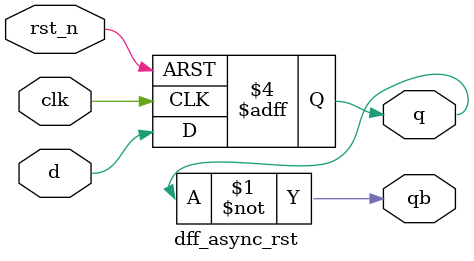
<source format=v>
module dff_async_rst(
    clk, d, rst_n, q, qb
    );
    input clk, d, rst_n;
    output q, qb;
    reg    q;

    assign qb = ~q;

    always @(posedge clk or negedge rst_n) begin
        begin
            if(!rst_n)
                q <= 1'b0;
            else 
                q <= d;
        end
    end 
endmodule

</source>
